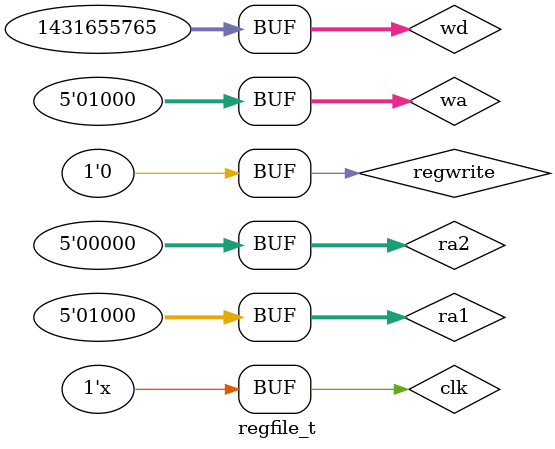
<source format=v>
module regfile_t(

    );
    reg clk;
    reg regwrite; //involve register's writing
    reg [4:0] ra1,ra2; //readadress rd1,rd2's Register address input port(just reading)
    reg [4:0] wa;      //writeadress wa's Register address input port(writing)
    reg [31:0] wd;     //writedata, wd would be written in wa
    wire [31:0] rd1,rd2; //readdata, they're ra1,ra2's data
    regfile myrefile(.clk(clk),.regwrite(regwrite),.ra1(ra1),.ra2(ra2),.wa(wa),.wd(wd),.rd1(rd1),.rd2(rd2));
    initial
    begin 
        clk = 1;
        regwrite = 0;
        #100 wa = 5'b01000; wd = 32'h55555555; regwrite = 1;
        #100 ra1 = 5'b01000; ra2 = 5'b00000; regwrite = 0;
    end
    always 
        #10 clk = ~clk;
endmodule

</source>
